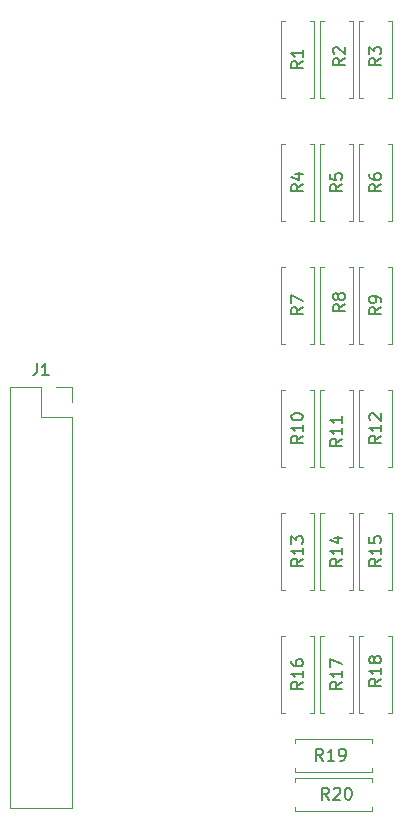
<source format=gbr>
%TF.GenerationSoftware,KiCad,Pcbnew,(5.1.10)-1*%
%TF.CreationDate,2022-02-04T18:43:22-05:00*%
%TF.ProjectId,OutputBoard_2,4f757470-7574-4426-9f61-72645f322e6b,rev?*%
%TF.SameCoordinates,Original*%
%TF.FileFunction,Legend,Top*%
%TF.FilePolarity,Positive*%
%FSLAX46Y46*%
G04 Gerber Fmt 4.6, Leading zero omitted, Abs format (unit mm)*
G04 Created by KiCad (PCBNEW (5.1.10)-1) date 2022-02-04 18:43:22*
%MOMM*%
%LPD*%
G01*
G04 APERTURE LIST*
%ADD10C,0.120000*%
%ADD11C,0.150000*%
G04 APERTURE END LIST*
D10*
%TO.C,R1*%
X79148000Y-57880000D02*
X79478000Y-57880000D01*
X79148000Y-51340000D02*
X79148000Y-57880000D01*
X79478000Y-51340000D02*
X79148000Y-51340000D01*
X81888000Y-57880000D02*
X81558000Y-57880000D01*
X81888000Y-51340000D02*
X81888000Y-57880000D01*
X81558000Y-51340000D02*
X81888000Y-51340000D01*
%TO.C,R2*%
X82780000Y-57880000D02*
X82450000Y-57880000D01*
X82450000Y-57880000D02*
X82450000Y-51340000D01*
X82450000Y-51340000D02*
X82780000Y-51340000D01*
X84860000Y-57880000D02*
X85190000Y-57880000D01*
X85190000Y-57880000D02*
X85190000Y-51340000D01*
X85190000Y-51340000D02*
X84860000Y-51340000D01*
%TO.C,R3*%
X88492000Y-51340000D02*
X88162000Y-51340000D01*
X88492000Y-57880000D02*
X88492000Y-51340000D01*
X88162000Y-57880000D02*
X88492000Y-57880000D01*
X85752000Y-51340000D02*
X86082000Y-51340000D01*
X85752000Y-57880000D02*
X85752000Y-51340000D01*
X86082000Y-57880000D02*
X85752000Y-57880000D01*
%TO.C,R4*%
X81888000Y-61754000D02*
X81558000Y-61754000D01*
X81888000Y-68294000D02*
X81888000Y-61754000D01*
X81558000Y-68294000D02*
X81888000Y-68294000D01*
X79148000Y-61754000D02*
X79478000Y-61754000D01*
X79148000Y-68294000D02*
X79148000Y-61754000D01*
X79478000Y-68294000D02*
X79148000Y-68294000D01*
%TO.C,R5*%
X82780000Y-68294000D02*
X82450000Y-68294000D01*
X82450000Y-68294000D02*
X82450000Y-61754000D01*
X82450000Y-61754000D02*
X82780000Y-61754000D01*
X84860000Y-68294000D02*
X85190000Y-68294000D01*
X85190000Y-68294000D02*
X85190000Y-61754000D01*
X85190000Y-61754000D02*
X84860000Y-61754000D01*
%TO.C,R6*%
X86082000Y-68294000D02*
X85752000Y-68294000D01*
X85752000Y-68294000D02*
X85752000Y-61754000D01*
X85752000Y-61754000D02*
X86082000Y-61754000D01*
X88162000Y-68294000D02*
X88492000Y-68294000D01*
X88492000Y-68294000D02*
X88492000Y-61754000D01*
X88492000Y-61754000D02*
X88162000Y-61754000D01*
%TO.C,R7*%
X81888000Y-72168000D02*
X81558000Y-72168000D01*
X81888000Y-78708000D02*
X81888000Y-72168000D01*
X81558000Y-78708000D02*
X81888000Y-78708000D01*
X79148000Y-72168000D02*
X79478000Y-72168000D01*
X79148000Y-78708000D02*
X79148000Y-72168000D01*
X79478000Y-78708000D02*
X79148000Y-78708000D01*
%TO.C,R8*%
X82780000Y-78708000D02*
X82450000Y-78708000D01*
X82450000Y-78708000D02*
X82450000Y-72168000D01*
X82450000Y-72168000D02*
X82780000Y-72168000D01*
X84860000Y-78708000D02*
X85190000Y-78708000D01*
X85190000Y-78708000D02*
X85190000Y-72168000D01*
X85190000Y-72168000D02*
X84860000Y-72168000D01*
%TO.C,R9*%
X88492000Y-72168000D02*
X88162000Y-72168000D01*
X88492000Y-78708000D02*
X88492000Y-72168000D01*
X88162000Y-78708000D02*
X88492000Y-78708000D01*
X85752000Y-72168000D02*
X86082000Y-72168000D01*
X85752000Y-78708000D02*
X85752000Y-72168000D01*
X86082000Y-78708000D02*
X85752000Y-78708000D01*
%TO.C,R10*%
X81888000Y-82582000D02*
X81558000Y-82582000D01*
X81888000Y-89122000D02*
X81888000Y-82582000D01*
X81558000Y-89122000D02*
X81888000Y-89122000D01*
X79148000Y-82582000D02*
X79478000Y-82582000D01*
X79148000Y-89122000D02*
X79148000Y-82582000D01*
X79478000Y-89122000D02*
X79148000Y-89122000D01*
%TO.C,R11*%
X82780000Y-89122000D02*
X82450000Y-89122000D01*
X82450000Y-89122000D02*
X82450000Y-82582000D01*
X82450000Y-82582000D02*
X82780000Y-82582000D01*
X84860000Y-89122000D02*
X85190000Y-89122000D01*
X85190000Y-89122000D02*
X85190000Y-82582000D01*
X85190000Y-82582000D02*
X84860000Y-82582000D01*
%TO.C,R12*%
X86082000Y-89122000D02*
X85752000Y-89122000D01*
X85752000Y-89122000D02*
X85752000Y-82582000D01*
X85752000Y-82582000D02*
X86082000Y-82582000D01*
X88162000Y-89122000D02*
X88492000Y-89122000D01*
X88492000Y-89122000D02*
X88492000Y-82582000D01*
X88492000Y-82582000D02*
X88162000Y-82582000D01*
%TO.C,R13*%
X81888000Y-92996000D02*
X81558000Y-92996000D01*
X81888000Y-99536000D02*
X81888000Y-92996000D01*
X81558000Y-99536000D02*
X81888000Y-99536000D01*
X79148000Y-92996000D02*
X79478000Y-92996000D01*
X79148000Y-99536000D02*
X79148000Y-92996000D01*
X79478000Y-99536000D02*
X79148000Y-99536000D01*
%TO.C,R14*%
X85190000Y-92996000D02*
X84860000Y-92996000D01*
X85190000Y-99536000D02*
X85190000Y-92996000D01*
X84860000Y-99536000D02*
X85190000Y-99536000D01*
X82450000Y-92996000D02*
X82780000Y-92996000D01*
X82450000Y-99536000D02*
X82450000Y-92996000D01*
X82780000Y-99536000D02*
X82450000Y-99536000D01*
%TO.C,R15*%
X86082000Y-99536000D02*
X85752000Y-99536000D01*
X85752000Y-99536000D02*
X85752000Y-92996000D01*
X85752000Y-92996000D02*
X86082000Y-92996000D01*
X88162000Y-99536000D02*
X88492000Y-99536000D01*
X88492000Y-99536000D02*
X88492000Y-92996000D01*
X88492000Y-92996000D02*
X88162000Y-92996000D01*
%TO.C,R16*%
X81888000Y-103410000D02*
X81558000Y-103410000D01*
X81888000Y-109950000D02*
X81888000Y-103410000D01*
X81558000Y-109950000D02*
X81888000Y-109950000D01*
X79148000Y-103410000D02*
X79478000Y-103410000D01*
X79148000Y-109950000D02*
X79148000Y-103410000D01*
X79478000Y-109950000D02*
X79148000Y-109950000D01*
%TO.C,R17*%
X82780000Y-109950000D02*
X82450000Y-109950000D01*
X82450000Y-109950000D02*
X82450000Y-103410000D01*
X82450000Y-103410000D02*
X82780000Y-103410000D01*
X84860000Y-109950000D02*
X85190000Y-109950000D01*
X85190000Y-109950000D02*
X85190000Y-103410000D01*
X85190000Y-103410000D02*
X84860000Y-103410000D01*
%TO.C,R18*%
X86082000Y-109950000D02*
X85752000Y-109950000D01*
X85752000Y-109950000D02*
X85752000Y-103410000D01*
X85752000Y-103410000D02*
X86082000Y-103410000D01*
X88162000Y-109950000D02*
X88492000Y-109950000D01*
X88492000Y-109950000D02*
X88492000Y-103410000D01*
X88492000Y-103410000D02*
X88162000Y-103410000D01*
%TO.C,R19*%
X86836000Y-114908000D02*
X86836000Y-114578000D01*
X80296000Y-114908000D02*
X86836000Y-114908000D01*
X80296000Y-114578000D02*
X80296000Y-114908000D01*
X86836000Y-112168000D02*
X86836000Y-112498000D01*
X80296000Y-112168000D02*
X86836000Y-112168000D01*
X80296000Y-112498000D02*
X80296000Y-112168000D01*
%TO.C,R20*%
X80296000Y-115800000D02*
X80296000Y-115470000D01*
X80296000Y-115470000D02*
X86836000Y-115470000D01*
X86836000Y-115470000D02*
X86836000Y-115800000D01*
X80296000Y-117880000D02*
X80296000Y-118210000D01*
X80296000Y-118210000D02*
X86836000Y-118210000D01*
X86836000Y-118210000D02*
X86836000Y-117880000D01*
%TO.C,J1*%
X56190000Y-82330000D02*
X58790000Y-82330000D01*
X56190000Y-82330000D02*
X56190000Y-118010000D01*
X56190000Y-118010000D02*
X61390000Y-118010000D01*
X61390000Y-84930000D02*
X61390000Y-118010000D01*
X58790000Y-84930000D02*
X61390000Y-84930000D01*
X58790000Y-82330000D02*
X58790000Y-84930000D01*
X61390000Y-82330000D02*
X61390000Y-83660000D01*
X60060000Y-82330000D02*
X61390000Y-82330000D01*
%TO.C,R1*%
D11*
X80970380Y-54776666D02*
X80494190Y-55110000D01*
X80970380Y-55348095D02*
X79970380Y-55348095D01*
X79970380Y-54967142D01*
X80018000Y-54871904D01*
X80065619Y-54824285D01*
X80160857Y-54776666D01*
X80303714Y-54776666D01*
X80398952Y-54824285D01*
X80446571Y-54871904D01*
X80494190Y-54967142D01*
X80494190Y-55348095D01*
X80970380Y-53824285D02*
X80970380Y-54395714D01*
X80970380Y-54110000D02*
X79970380Y-54110000D01*
X80113238Y-54205238D01*
X80208476Y-54300476D01*
X80256095Y-54395714D01*
%TO.C,R2*%
X84526380Y-54522666D02*
X84050190Y-54856000D01*
X84526380Y-55094095D02*
X83526380Y-55094095D01*
X83526380Y-54713142D01*
X83574000Y-54617904D01*
X83621619Y-54570285D01*
X83716857Y-54522666D01*
X83859714Y-54522666D01*
X83954952Y-54570285D01*
X84002571Y-54617904D01*
X84050190Y-54713142D01*
X84050190Y-55094095D01*
X83621619Y-54141714D02*
X83574000Y-54094095D01*
X83526380Y-53998857D01*
X83526380Y-53760761D01*
X83574000Y-53665523D01*
X83621619Y-53617904D01*
X83716857Y-53570285D01*
X83812095Y-53570285D01*
X83954952Y-53617904D01*
X84526380Y-54189333D01*
X84526380Y-53570285D01*
%TO.C,R3*%
X87574380Y-54522666D02*
X87098190Y-54856000D01*
X87574380Y-55094095D02*
X86574380Y-55094095D01*
X86574380Y-54713142D01*
X86622000Y-54617904D01*
X86669619Y-54570285D01*
X86764857Y-54522666D01*
X86907714Y-54522666D01*
X87002952Y-54570285D01*
X87050571Y-54617904D01*
X87098190Y-54713142D01*
X87098190Y-55094095D01*
X86574380Y-54189333D02*
X86574380Y-53570285D01*
X86955333Y-53903619D01*
X86955333Y-53760761D01*
X87002952Y-53665523D01*
X87050571Y-53617904D01*
X87145809Y-53570285D01*
X87383904Y-53570285D01*
X87479142Y-53617904D01*
X87526761Y-53665523D01*
X87574380Y-53760761D01*
X87574380Y-54046476D01*
X87526761Y-54141714D01*
X87479142Y-54189333D01*
%TO.C,R4*%
X80970380Y-65190666D02*
X80494190Y-65524000D01*
X80970380Y-65762095D02*
X79970380Y-65762095D01*
X79970380Y-65381142D01*
X80018000Y-65285904D01*
X80065619Y-65238285D01*
X80160857Y-65190666D01*
X80303714Y-65190666D01*
X80398952Y-65238285D01*
X80446571Y-65285904D01*
X80494190Y-65381142D01*
X80494190Y-65762095D01*
X80303714Y-64333523D02*
X80970380Y-64333523D01*
X79922761Y-64571619D02*
X80637047Y-64809714D01*
X80637047Y-64190666D01*
%TO.C,R5*%
X84272380Y-65190666D02*
X83796190Y-65524000D01*
X84272380Y-65762095D02*
X83272380Y-65762095D01*
X83272380Y-65381142D01*
X83320000Y-65285904D01*
X83367619Y-65238285D01*
X83462857Y-65190666D01*
X83605714Y-65190666D01*
X83700952Y-65238285D01*
X83748571Y-65285904D01*
X83796190Y-65381142D01*
X83796190Y-65762095D01*
X83272380Y-64285904D02*
X83272380Y-64762095D01*
X83748571Y-64809714D01*
X83700952Y-64762095D01*
X83653333Y-64666857D01*
X83653333Y-64428761D01*
X83700952Y-64333523D01*
X83748571Y-64285904D01*
X83843809Y-64238285D01*
X84081904Y-64238285D01*
X84177142Y-64285904D01*
X84224761Y-64333523D01*
X84272380Y-64428761D01*
X84272380Y-64666857D01*
X84224761Y-64762095D01*
X84177142Y-64809714D01*
%TO.C,R6*%
X87574380Y-65190666D02*
X87098190Y-65524000D01*
X87574380Y-65762095D02*
X86574380Y-65762095D01*
X86574380Y-65381142D01*
X86622000Y-65285904D01*
X86669619Y-65238285D01*
X86764857Y-65190666D01*
X86907714Y-65190666D01*
X87002952Y-65238285D01*
X87050571Y-65285904D01*
X87098190Y-65381142D01*
X87098190Y-65762095D01*
X86574380Y-64333523D02*
X86574380Y-64524000D01*
X86622000Y-64619238D01*
X86669619Y-64666857D01*
X86812476Y-64762095D01*
X87002952Y-64809714D01*
X87383904Y-64809714D01*
X87479142Y-64762095D01*
X87526761Y-64714476D01*
X87574380Y-64619238D01*
X87574380Y-64428761D01*
X87526761Y-64333523D01*
X87479142Y-64285904D01*
X87383904Y-64238285D01*
X87145809Y-64238285D01*
X87050571Y-64285904D01*
X87002952Y-64333523D01*
X86955333Y-64428761D01*
X86955333Y-64619238D01*
X87002952Y-64714476D01*
X87050571Y-64762095D01*
X87145809Y-64809714D01*
%TO.C,R7*%
X80970380Y-75604666D02*
X80494190Y-75938000D01*
X80970380Y-76176095D02*
X79970380Y-76176095D01*
X79970380Y-75795142D01*
X80018000Y-75699904D01*
X80065619Y-75652285D01*
X80160857Y-75604666D01*
X80303714Y-75604666D01*
X80398952Y-75652285D01*
X80446571Y-75699904D01*
X80494190Y-75795142D01*
X80494190Y-76176095D01*
X79970380Y-75271333D02*
X79970380Y-74604666D01*
X80970380Y-75033238D01*
%TO.C,R8*%
X84526380Y-75350666D02*
X84050190Y-75684000D01*
X84526380Y-75922095D02*
X83526380Y-75922095D01*
X83526380Y-75541142D01*
X83574000Y-75445904D01*
X83621619Y-75398285D01*
X83716857Y-75350666D01*
X83859714Y-75350666D01*
X83954952Y-75398285D01*
X84002571Y-75445904D01*
X84050190Y-75541142D01*
X84050190Y-75922095D01*
X83954952Y-74779238D02*
X83907333Y-74874476D01*
X83859714Y-74922095D01*
X83764476Y-74969714D01*
X83716857Y-74969714D01*
X83621619Y-74922095D01*
X83574000Y-74874476D01*
X83526380Y-74779238D01*
X83526380Y-74588761D01*
X83574000Y-74493523D01*
X83621619Y-74445904D01*
X83716857Y-74398285D01*
X83764476Y-74398285D01*
X83859714Y-74445904D01*
X83907333Y-74493523D01*
X83954952Y-74588761D01*
X83954952Y-74779238D01*
X84002571Y-74874476D01*
X84050190Y-74922095D01*
X84145428Y-74969714D01*
X84335904Y-74969714D01*
X84431142Y-74922095D01*
X84478761Y-74874476D01*
X84526380Y-74779238D01*
X84526380Y-74588761D01*
X84478761Y-74493523D01*
X84431142Y-74445904D01*
X84335904Y-74398285D01*
X84145428Y-74398285D01*
X84050190Y-74445904D01*
X84002571Y-74493523D01*
X83954952Y-74588761D01*
%TO.C,R9*%
X87574380Y-75604666D02*
X87098190Y-75938000D01*
X87574380Y-76176095D02*
X86574380Y-76176095D01*
X86574380Y-75795142D01*
X86622000Y-75699904D01*
X86669619Y-75652285D01*
X86764857Y-75604666D01*
X86907714Y-75604666D01*
X87002952Y-75652285D01*
X87050571Y-75699904D01*
X87098190Y-75795142D01*
X87098190Y-76176095D01*
X87574380Y-75128476D02*
X87574380Y-74938000D01*
X87526761Y-74842761D01*
X87479142Y-74795142D01*
X87336285Y-74699904D01*
X87145809Y-74652285D01*
X86764857Y-74652285D01*
X86669619Y-74699904D01*
X86622000Y-74747523D01*
X86574380Y-74842761D01*
X86574380Y-75033238D01*
X86622000Y-75128476D01*
X86669619Y-75176095D01*
X86764857Y-75223714D01*
X87002952Y-75223714D01*
X87098190Y-75176095D01*
X87145809Y-75128476D01*
X87193428Y-75033238D01*
X87193428Y-74842761D01*
X87145809Y-74747523D01*
X87098190Y-74699904D01*
X87002952Y-74652285D01*
%TO.C,R10*%
X80970380Y-86494857D02*
X80494190Y-86828190D01*
X80970380Y-87066285D02*
X79970380Y-87066285D01*
X79970380Y-86685333D01*
X80018000Y-86590095D01*
X80065619Y-86542476D01*
X80160857Y-86494857D01*
X80303714Y-86494857D01*
X80398952Y-86542476D01*
X80446571Y-86590095D01*
X80494190Y-86685333D01*
X80494190Y-87066285D01*
X80970380Y-85542476D02*
X80970380Y-86113904D01*
X80970380Y-85828190D02*
X79970380Y-85828190D01*
X80113238Y-85923428D01*
X80208476Y-86018666D01*
X80256095Y-86113904D01*
X79970380Y-84923428D02*
X79970380Y-84828190D01*
X80018000Y-84732952D01*
X80065619Y-84685333D01*
X80160857Y-84637714D01*
X80351333Y-84590095D01*
X80589428Y-84590095D01*
X80779904Y-84637714D01*
X80875142Y-84685333D01*
X80922761Y-84732952D01*
X80970380Y-84828190D01*
X80970380Y-84923428D01*
X80922761Y-85018666D01*
X80875142Y-85066285D01*
X80779904Y-85113904D01*
X80589428Y-85161523D01*
X80351333Y-85161523D01*
X80160857Y-85113904D01*
X80065619Y-85066285D01*
X80018000Y-85018666D01*
X79970380Y-84923428D01*
%TO.C,R11*%
X84272380Y-86748857D02*
X83796190Y-87082190D01*
X84272380Y-87320285D02*
X83272380Y-87320285D01*
X83272380Y-86939333D01*
X83320000Y-86844095D01*
X83367619Y-86796476D01*
X83462857Y-86748857D01*
X83605714Y-86748857D01*
X83700952Y-86796476D01*
X83748571Y-86844095D01*
X83796190Y-86939333D01*
X83796190Y-87320285D01*
X84272380Y-85796476D02*
X84272380Y-86367904D01*
X84272380Y-86082190D02*
X83272380Y-86082190D01*
X83415238Y-86177428D01*
X83510476Y-86272666D01*
X83558095Y-86367904D01*
X84272380Y-84844095D02*
X84272380Y-85415523D01*
X84272380Y-85129809D02*
X83272380Y-85129809D01*
X83415238Y-85225047D01*
X83510476Y-85320285D01*
X83558095Y-85415523D01*
%TO.C,R12*%
X87574380Y-86494857D02*
X87098190Y-86828190D01*
X87574380Y-87066285D02*
X86574380Y-87066285D01*
X86574380Y-86685333D01*
X86622000Y-86590095D01*
X86669619Y-86542476D01*
X86764857Y-86494857D01*
X86907714Y-86494857D01*
X87002952Y-86542476D01*
X87050571Y-86590095D01*
X87098190Y-86685333D01*
X87098190Y-87066285D01*
X87574380Y-85542476D02*
X87574380Y-86113904D01*
X87574380Y-85828190D02*
X86574380Y-85828190D01*
X86717238Y-85923428D01*
X86812476Y-86018666D01*
X86860095Y-86113904D01*
X86669619Y-85161523D02*
X86622000Y-85113904D01*
X86574380Y-85018666D01*
X86574380Y-84780571D01*
X86622000Y-84685333D01*
X86669619Y-84637714D01*
X86764857Y-84590095D01*
X86860095Y-84590095D01*
X87002952Y-84637714D01*
X87574380Y-85209142D01*
X87574380Y-84590095D01*
%TO.C,R13*%
X80970380Y-96908857D02*
X80494190Y-97242190D01*
X80970380Y-97480285D02*
X79970380Y-97480285D01*
X79970380Y-97099333D01*
X80018000Y-97004095D01*
X80065619Y-96956476D01*
X80160857Y-96908857D01*
X80303714Y-96908857D01*
X80398952Y-96956476D01*
X80446571Y-97004095D01*
X80494190Y-97099333D01*
X80494190Y-97480285D01*
X80970380Y-95956476D02*
X80970380Y-96527904D01*
X80970380Y-96242190D02*
X79970380Y-96242190D01*
X80113238Y-96337428D01*
X80208476Y-96432666D01*
X80256095Y-96527904D01*
X79970380Y-95623142D02*
X79970380Y-95004095D01*
X80351333Y-95337428D01*
X80351333Y-95194571D01*
X80398952Y-95099333D01*
X80446571Y-95051714D01*
X80541809Y-95004095D01*
X80779904Y-95004095D01*
X80875142Y-95051714D01*
X80922761Y-95099333D01*
X80970380Y-95194571D01*
X80970380Y-95480285D01*
X80922761Y-95575523D01*
X80875142Y-95623142D01*
%TO.C,R14*%
X84272380Y-96908857D02*
X83796190Y-97242190D01*
X84272380Y-97480285D02*
X83272380Y-97480285D01*
X83272380Y-97099333D01*
X83320000Y-97004095D01*
X83367619Y-96956476D01*
X83462857Y-96908857D01*
X83605714Y-96908857D01*
X83700952Y-96956476D01*
X83748571Y-97004095D01*
X83796190Y-97099333D01*
X83796190Y-97480285D01*
X84272380Y-95956476D02*
X84272380Y-96527904D01*
X84272380Y-96242190D02*
X83272380Y-96242190D01*
X83415238Y-96337428D01*
X83510476Y-96432666D01*
X83558095Y-96527904D01*
X83605714Y-95099333D02*
X84272380Y-95099333D01*
X83224761Y-95337428D02*
X83939047Y-95575523D01*
X83939047Y-94956476D01*
%TO.C,R15*%
X87574380Y-96908857D02*
X87098190Y-97242190D01*
X87574380Y-97480285D02*
X86574380Y-97480285D01*
X86574380Y-97099333D01*
X86622000Y-97004095D01*
X86669619Y-96956476D01*
X86764857Y-96908857D01*
X86907714Y-96908857D01*
X87002952Y-96956476D01*
X87050571Y-97004095D01*
X87098190Y-97099333D01*
X87098190Y-97480285D01*
X87574380Y-95956476D02*
X87574380Y-96527904D01*
X87574380Y-96242190D02*
X86574380Y-96242190D01*
X86717238Y-96337428D01*
X86812476Y-96432666D01*
X86860095Y-96527904D01*
X86574380Y-95051714D02*
X86574380Y-95527904D01*
X87050571Y-95575523D01*
X87002952Y-95527904D01*
X86955333Y-95432666D01*
X86955333Y-95194571D01*
X87002952Y-95099333D01*
X87050571Y-95051714D01*
X87145809Y-95004095D01*
X87383904Y-95004095D01*
X87479142Y-95051714D01*
X87526761Y-95099333D01*
X87574380Y-95194571D01*
X87574380Y-95432666D01*
X87526761Y-95527904D01*
X87479142Y-95575523D01*
%TO.C,R16*%
X80970380Y-107322857D02*
X80494190Y-107656190D01*
X80970380Y-107894285D02*
X79970380Y-107894285D01*
X79970380Y-107513333D01*
X80018000Y-107418095D01*
X80065619Y-107370476D01*
X80160857Y-107322857D01*
X80303714Y-107322857D01*
X80398952Y-107370476D01*
X80446571Y-107418095D01*
X80494190Y-107513333D01*
X80494190Y-107894285D01*
X80970380Y-106370476D02*
X80970380Y-106941904D01*
X80970380Y-106656190D02*
X79970380Y-106656190D01*
X80113238Y-106751428D01*
X80208476Y-106846666D01*
X80256095Y-106941904D01*
X79970380Y-105513333D02*
X79970380Y-105703809D01*
X80018000Y-105799047D01*
X80065619Y-105846666D01*
X80208476Y-105941904D01*
X80398952Y-105989523D01*
X80779904Y-105989523D01*
X80875142Y-105941904D01*
X80922761Y-105894285D01*
X80970380Y-105799047D01*
X80970380Y-105608571D01*
X80922761Y-105513333D01*
X80875142Y-105465714D01*
X80779904Y-105418095D01*
X80541809Y-105418095D01*
X80446571Y-105465714D01*
X80398952Y-105513333D01*
X80351333Y-105608571D01*
X80351333Y-105799047D01*
X80398952Y-105894285D01*
X80446571Y-105941904D01*
X80541809Y-105989523D01*
%TO.C,R17*%
X84272380Y-107322857D02*
X83796190Y-107656190D01*
X84272380Y-107894285D02*
X83272380Y-107894285D01*
X83272380Y-107513333D01*
X83320000Y-107418095D01*
X83367619Y-107370476D01*
X83462857Y-107322857D01*
X83605714Y-107322857D01*
X83700952Y-107370476D01*
X83748571Y-107418095D01*
X83796190Y-107513333D01*
X83796190Y-107894285D01*
X84272380Y-106370476D02*
X84272380Y-106941904D01*
X84272380Y-106656190D02*
X83272380Y-106656190D01*
X83415238Y-106751428D01*
X83510476Y-106846666D01*
X83558095Y-106941904D01*
X83272380Y-106037142D02*
X83272380Y-105370476D01*
X84272380Y-105799047D01*
%TO.C,R18*%
X87574380Y-107068857D02*
X87098190Y-107402190D01*
X87574380Y-107640285D02*
X86574380Y-107640285D01*
X86574380Y-107259333D01*
X86622000Y-107164095D01*
X86669619Y-107116476D01*
X86764857Y-107068857D01*
X86907714Y-107068857D01*
X87002952Y-107116476D01*
X87050571Y-107164095D01*
X87098190Y-107259333D01*
X87098190Y-107640285D01*
X87574380Y-106116476D02*
X87574380Y-106687904D01*
X87574380Y-106402190D02*
X86574380Y-106402190D01*
X86717238Y-106497428D01*
X86812476Y-106592666D01*
X86860095Y-106687904D01*
X87002952Y-105545047D02*
X86955333Y-105640285D01*
X86907714Y-105687904D01*
X86812476Y-105735523D01*
X86764857Y-105735523D01*
X86669619Y-105687904D01*
X86622000Y-105640285D01*
X86574380Y-105545047D01*
X86574380Y-105354571D01*
X86622000Y-105259333D01*
X86669619Y-105211714D01*
X86764857Y-105164095D01*
X86812476Y-105164095D01*
X86907714Y-105211714D01*
X86955333Y-105259333D01*
X87002952Y-105354571D01*
X87002952Y-105545047D01*
X87050571Y-105640285D01*
X87098190Y-105687904D01*
X87193428Y-105735523D01*
X87383904Y-105735523D01*
X87479142Y-105687904D01*
X87526761Y-105640285D01*
X87574380Y-105545047D01*
X87574380Y-105354571D01*
X87526761Y-105259333D01*
X87479142Y-105211714D01*
X87383904Y-105164095D01*
X87193428Y-105164095D01*
X87098190Y-105211714D01*
X87050571Y-105259333D01*
X87002952Y-105354571D01*
%TO.C,R19*%
X82669142Y-113990380D02*
X82335809Y-113514190D01*
X82097714Y-113990380D02*
X82097714Y-112990380D01*
X82478666Y-112990380D01*
X82573904Y-113038000D01*
X82621523Y-113085619D01*
X82669142Y-113180857D01*
X82669142Y-113323714D01*
X82621523Y-113418952D01*
X82573904Y-113466571D01*
X82478666Y-113514190D01*
X82097714Y-113514190D01*
X83621523Y-113990380D02*
X83050095Y-113990380D01*
X83335809Y-113990380D02*
X83335809Y-112990380D01*
X83240571Y-113133238D01*
X83145333Y-113228476D01*
X83050095Y-113276095D01*
X84097714Y-113990380D02*
X84288190Y-113990380D01*
X84383428Y-113942761D01*
X84431047Y-113895142D01*
X84526285Y-113752285D01*
X84573904Y-113561809D01*
X84573904Y-113180857D01*
X84526285Y-113085619D01*
X84478666Y-113038000D01*
X84383428Y-112990380D01*
X84192952Y-112990380D01*
X84097714Y-113038000D01*
X84050095Y-113085619D01*
X84002476Y-113180857D01*
X84002476Y-113418952D01*
X84050095Y-113514190D01*
X84097714Y-113561809D01*
X84192952Y-113609428D01*
X84383428Y-113609428D01*
X84478666Y-113561809D01*
X84526285Y-113514190D01*
X84573904Y-113418952D01*
%TO.C,R20*%
X83177142Y-117292380D02*
X82843809Y-116816190D01*
X82605714Y-117292380D02*
X82605714Y-116292380D01*
X82986666Y-116292380D01*
X83081904Y-116340000D01*
X83129523Y-116387619D01*
X83177142Y-116482857D01*
X83177142Y-116625714D01*
X83129523Y-116720952D01*
X83081904Y-116768571D01*
X82986666Y-116816190D01*
X82605714Y-116816190D01*
X83558095Y-116387619D02*
X83605714Y-116340000D01*
X83700952Y-116292380D01*
X83939047Y-116292380D01*
X84034285Y-116340000D01*
X84081904Y-116387619D01*
X84129523Y-116482857D01*
X84129523Y-116578095D01*
X84081904Y-116720952D01*
X83510476Y-117292380D01*
X84129523Y-117292380D01*
X84748571Y-116292380D02*
X84843809Y-116292380D01*
X84939047Y-116340000D01*
X84986666Y-116387619D01*
X85034285Y-116482857D01*
X85081904Y-116673333D01*
X85081904Y-116911428D01*
X85034285Y-117101904D01*
X84986666Y-117197142D01*
X84939047Y-117244761D01*
X84843809Y-117292380D01*
X84748571Y-117292380D01*
X84653333Y-117244761D01*
X84605714Y-117197142D01*
X84558095Y-117101904D01*
X84510476Y-116911428D01*
X84510476Y-116673333D01*
X84558095Y-116482857D01*
X84605714Y-116387619D01*
X84653333Y-116340000D01*
X84748571Y-116292380D01*
%TO.C,J1*%
X58456666Y-80342380D02*
X58456666Y-81056666D01*
X58409047Y-81199523D01*
X58313809Y-81294761D01*
X58170952Y-81342380D01*
X58075714Y-81342380D01*
X59456666Y-81342380D02*
X58885238Y-81342380D01*
X59170952Y-81342380D02*
X59170952Y-80342380D01*
X59075714Y-80485238D01*
X58980476Y-80580476D01*
X58885238Y-80628095D01*
%TD*%
M02*

</source>
